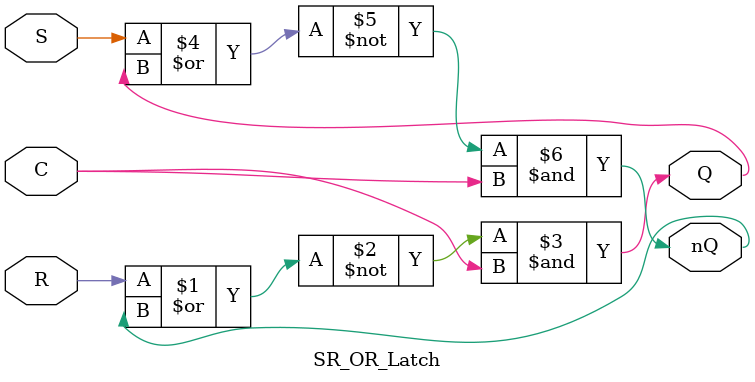
<source format=v>
/*
В книге А. Л. Ларина "Основы цифровой электроники" писаны 2 варианта реализации SR защелок --
на логическом "И" и на логическом "ИЛИ". Так как временные диаграммы приведены для защелки на 
логическом "ИЛИ", а в составе D защелок используется реализация на логическом "И",
в текущей дериктории представлены две реализации SR защелки
SR_OR_Latch.v -- на логическом "ИЛИ"
SR_Latch.v -- на логическом "И"
*/
// S, R -- входные шины, C -- шина состояния
module SR_OR_Latch(
    input wire S, // Set
    input wire R, // Reset
    input wire C, // Condition
    output wire Q,
    output wire nQ
);
    assign Q = (~(R | nQ)&C);
    assign nQ = (~(S | Q)&C);

endmodule
</source>
